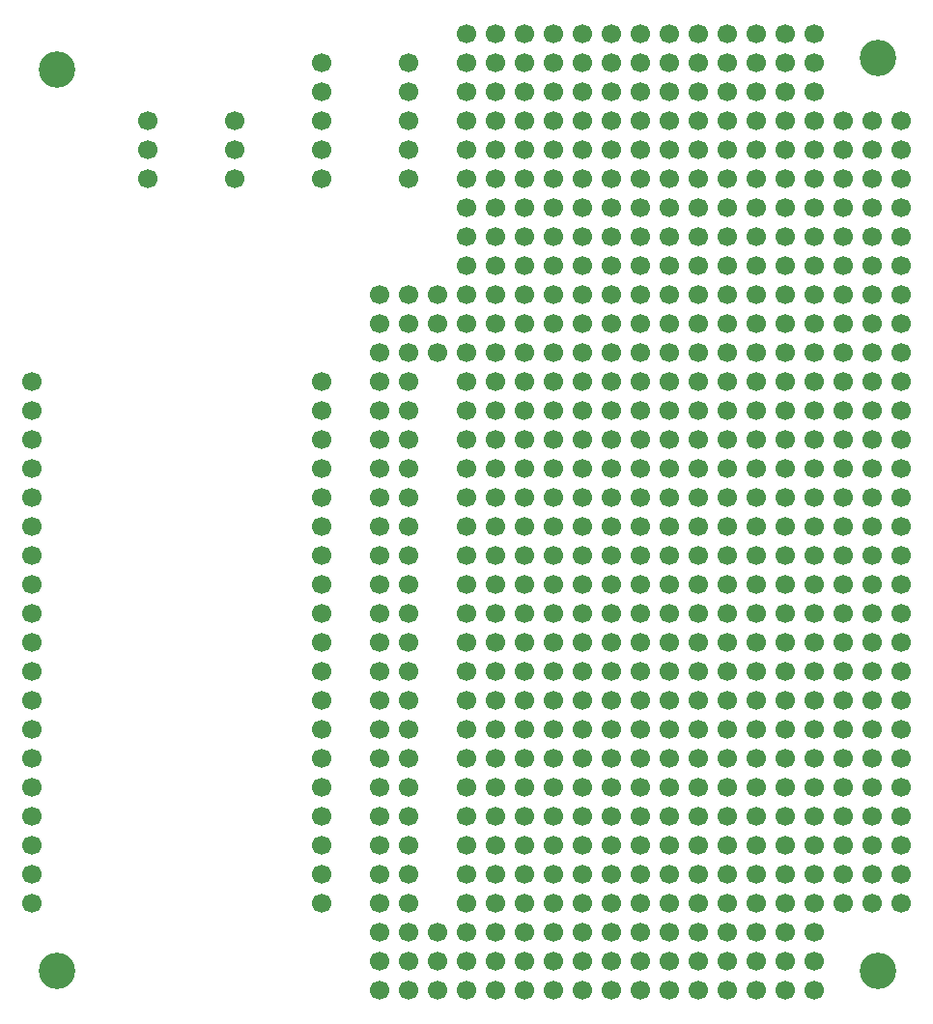
<source format=gbr>
%TF.GenerationSoftware,KiCad,Pcbnew,8.0.6-unknown-202410280735~4a7dcfdd1f~ubuntu22.04.1*%
%TF.CreationDate,2024-10-31T16:24:39+09:00*%
%TF.ProjectId,MG5-ESP32-Shield,4d47352d-4553-4503-9332-2d536869656c,rev?*%
%TF.SameCoordinates,Original*%
%TF.FileFunction,Soldermask,Bot*%
%TF.FilePolarity,Negative*%
%FSLAX46Y46*%
G04 Gerber Fmt 4.6, Leading zero omitted, Abs format (unit mm)*
G04 Created by KiCad (PCBNEW 8.0.6-unknown-202410280735~4a7dcfdd1f~ubuntu22.04.1) date 2024-10-31 16:24:39*
%MOMM*%
%LPD*%
G01*
G04 APERTURE LIST*
%ADD10C,3.200000*%
%ADD11C,1.700000*%
G04 APERTURE END LIST*
D10*
%TO.C,REF\u002A\u002A*%
X191000000Y-58000000D03*
%TD*%
D11*
%TO.C,L*%
X127000000Y-63500000D03*
X127000000Y-66040000D03*
X127000000Y-68580000D03*
%TD*%
%TO.C,REF\u002A\u002A*%
X154940000Y-55880000D03*
X157480000Y-55880000D03*
X160020000Y-55880000D03*
X162560000Y-55880000D03*
X165100000Y-55880000D03*
X167640000Y-55880000D03*
X170180000Y-55880000D03*
X172720000Y-55880000D03*
X154940000Y-58420000D03*
X157480000Y-58420000D03*
X160020000Y-58420000D03*
X162560000Y-58420000D03*
X165100000Y-58420000D03*
X167640000Y-58420000D03*
X170180000Y-58420000D03*
X172720000Y-58420000D03*
X154940000Y-60960000D03*
X157480000Y-60960000D03*
X160020000Y-60960000D03*
X162560000Y-60960000D03*
X165100000Y-60960000D03*
X167640000Y-60960000D03*
X170180000Y-60960000D03*
X172720000Y-60960000D03*
X154940000Y-63500000D03*
X157480000Y-63500000D03*
X160020000Y-63500000D03*
X162560000Y-63500000D03*
X165100000Y-63500000D03*
X167640000Y-63500000D03*
X170180000Y-63500000D03*
X172720000Y-63500000D03*
X154940000Y-66040000D03*
X157480000Y-66040000D03*
X160020000Y-66040000D03*
X162560000Y-66040000D03*
X165100000Y-66040000D03*
X167640000Y-66040000D03*
X170180000Y-66040000D03*
X172720000Y-66040000D03*
X154940000Y-68580000D03*
X157480000Y-68580000D03*
X160020000Y-68580000D03*
X162560000Y-68580000D03*
X165100000Y-68580000D03*
X167640000Y-68580000D03*
X170180000Y-68580000D03*
X172720000Y-68580000D03*
X154940000Y-71120000D03*
X157480000Y-71120000D03*
X160020000Y-71120000D03*
X162560000Y-71120000D03*
X165100000Y-71120000D03*
X167640000Y-71120000D03*
X170180000Y-71120000D03*
X172720000Y-71120000D03*
X154940000Y-73660000D03*
X157480000Y-73660000D03*
X160020000Y-73660000D03*
X162560000Y-73660000D03*
X165100000Y-73660000D03*
X167640000Y-73660000D03*
X170180000Y-73660000D03*
X172720000Y-73660000D03*
X154940000Y-76200000D03*
X157480000Y-76200000D03*
X160020000Y-76200000D03*
X162560000Y-76200000D03*
X165100000Y-76200000D03*
X167640000Y-76200000D03*
X170180000Y-76200000D03*
X172720000Y-76200000D03*
X154940000Y-78740000D03*
X157480000Y-78740000D03*
X160020000Y-78740000D03*
X162560000Y-78740000D03*
X165100000Y-78740000D03*
X167640000Y-78740000D03*
X170180000Y-78740000D03*
X172720000Y-78740000D03*
X154940000Y-81280000D03*
X157480000Y-81280000D03*
X160020000Y-81280000D03*
X162560000Y-81280000D03*
X165100000Y-81280000D03*
X167640000Y-81280000D03*
X170180000Y-81280000D03*
X172720000Y-81280000D03*
X154940000Y-83820000D03*
X157480000Y-83820000D03*
X160020000Y-83820000D03*
X162560000Y-83820000D03*
X165100000Y-83820000D03*
X167640000Y-83820000D03*
X170180000Y-83820000D03*
X172720000Y-83820000D03*
X154940000Y-86360000D03*
X157480000Y-86360000D03*
X160020000Y-86360000D03*
X162560000Y-86360000D03*
X165100000Y-86360000D03*
X167640000Y-86360000D03*
X170180000Y-86360000D03*
X172720000Y-86360000D03*
X154940000Y-88900000D03*
X157480000Y-88900000D03*
X160020000Y-88900000D03*
X162560000Y-88900000D03*
X165100000Y-88900000D03*
X167640000Y-88900000D03*
X170180000Y-88900000D03*
X172720000Y-88900000D03*
X154940000Y-91440000D03*
X157480000Y-91440000D03*
X160020000Y-91440000D03*
X162560000Y-91440000D03*
X165100000Y-91440000D03*
X167640000Y-91440000D03*
X170180000Y-91440000D03*
X172720000Y-91440000D03*
X154940000Y-93980000D03*
X157480000Y-93980000D03*
X160020000Y-93980000D03*
X162560000Y-93980000D03*
X165100000Y-93980000D03*
X167640000Y-93980000D03*
X170180000Y-93980000D03*
X172720000Y-93980000D03*
X154940000Y-96520000D03*
X157480000Y-96520000D03*
X160020000Y-96520000D03*
X162560000Y-96520000D03*
X165100000Y-96520000D03*
X167640000Y-96520000D03*
X170180000Y-96520000D03*
X172720000Y-96520000D03*
X154940000Y-99060000D03*
X157480000Y-99060000D03*
X160020000Y-99060000D03*
X162560000Y-99060000D03*
X165100000Y-99060000D03*
X167640000Y-99060000D03*
X170180000Y-99060000D03*
X172720000Y-99060000D03*
X154940000Y-101600000D03*
X157480000Y-101600000D03*
X160020000Y-101600000D03*
X162560000Y-101600000D03*
X165100000Y-101600000D03*
X167640000Y-101600000D03*
X170180000Y-101600000D03*
X172720000Y-101600000D03*
X154940000Y-104140000D03*
X157480000Y-104140000D03*
X160020000Y-104140000D03*
X162560000Y-104140000D03*
X165100000Y-104140000D03*
X167640000Y-104140000D03*
X170180000Y-104140000D03*
X172720000Y-104140000D03*
X154940000Y-106680000D03*
X157480000Y-106680000D03*
X160020000Y-106680000D03*
X162560000Y-106680000D03*
X165100000Y-106680000D03*
X167640000Y-106680000D03*
X170180000Y-106680000D03*
X172720000Y-106680000D03*
X154940000Y-109220000D03*
X157480000Y-109220000D03*
X160020000Y-109220000D03*
X162560000Y-109220000D03*
X165100000Y-109220000D03*
X167640000Y-109220000D03*
X170180000Y-109220000D03*
X172720000Y-109220000D03*
X154940000Y-111760000D03*
X157480000Y-111760000D03*
X160020000Y-111760000D03*
X162560000Y-111760000D03*
X165100000Y-111760000D03*
X167640000Y-111760000D03*
X170180000Y-111760000D03*
X172720000Y-111760000D03*
X154940000Y-114300000D03*
X157480000Y-114300000D03*
X160020000Y-114300000D03*
X162560000Y-114300000D03*
X165100000Y-114300000D03*
X167640000Y-114300000D03*
X170180000Y-114300000D03*
X172720000Y-114300000D03*
X154940000Y-116840000D03*
X157480000Y-116840000D03*
X160020000Y-116840000D03*
X162560000Y-116840000D03*
X165100000Y-116840000D03*
X167640000Y-116840000D03*
X170180000Y-116840000D03*
X172720000Y-116840000D03*
X154940000Y-119380000D03*
X157480000Y-119380000D03*
X160020000Y-119380000D03*
X162560000Y-119380000D03*
X165100000Y-119380000D03*
X167640000Y-119380000D03*
X170180000Y-119380000D03*
X172720000Y-119380000D03*
X154940000Y-121920000D03*
X157480000Y-121920000D03*
X160020000Y-121920000D03*
X162560000Y-121920000D03*
X165100000Y-121920000D03*
X167640000Y-121920000D03*
X170180000Y-121920000D03*
X172720000Y-121920000D03*
X154940000Y-124460000D03*
X157480000Y-124460000D03*
X160020000Y-124460000D03*
X162560000Y-124460000D03*
X165100000Y-124460000D03*
X167640000Y-124460000D03*
X170180000Y-124460000D03*
X172720000Y-124460000D03*
X154940000Y-127000000D03*
X157480000Y-127000000D03*
X160020000Y-127000000D03*
X162560000Y-127000000D03*
X165100000Y-127000000D03*
X167640000Y-127000000D03*
X170180000Y-127000000D03*
X172720000Y-127000000D03*
X154940000Y-129540000D03*
X157480000Y-129540000D03*
X160020000Y-129540000D03*
X162560000Y-129540000D03*
X165100000Y-129540000D03*
X167640000Y-129540000D03*
X170180000Y-129540000D03*
X172720000Y-129540000D03*
X154940000Y-132080000D03*
X157480000Y-132080000D03*
X160020000Y-132080000D03*
X162560000Y-132080000D03*
X165100000Y-132080000D03*
X167640000Y-132080000D03*
X170180000Y-132080000D03*
X172720000Y-132080000D03*
X154940000Y-134620000D03*
X157480000Y-134620000D03*
X160020000Y-134620000D03*
X162560000Y-134620000D03*
X165100000Y-134620000D03*
X167640000Y-134620000D03*
X170180000Y-134620000D03*
X172720000Y-134620000D03*
X154940000Y-137160000D03*
X157480000Y-137160000D03*
X160020000Y-137160000D03*
X162560000Y-137160000D03*
X165100000Y-137160000D03*
X167640000Y-137160000D03*
X170180000Y-137160000D03*
X172720000Y-137160000D03*
X154940000Y-139700000D03*
X157480000Y-139700000D03*
X160020000Y-139700000D03*
X162560000Y-139700000D03*
X165100000Y-139700000D03*
X167640000Y-139700000D03*
X170180000Y-139700000D03*
X172720000Y-139700000D03*
X147320000Y-78740000D03*
X149860000Y-78740000D03*
X152400000Y-78740000D03*
X147320000Y-81280000D03*
X149860000Y-81280000D03*
X152400000Y-81280000D03*
X147320000Y-83820000D03*
X149860000Y-83820000D03*
X152400000Y-83820000D03*
X175260000Y-55880000D03*
X177800000Y-55880000D03*
X180340000Y-55880000D03*
X182880000Y-55880000D03*
X185420000Y-55880000D03*
X175260000Y-58420000D03*
X177800000Y-58420000D03*
X180340000Y-58420000D03*
X182880000Y-58420000D03*
X185420000Y-58420000D03*
X175260000Y-60960000D03*
X177800000Y-60960000D03*
X180340000Y-60960000D03*
X182880000Y-60960000D03*
X185420000Y-60960000D03*
X175260000Y-63500000D03*
X177800000Y-63500000D03*
X180340000Y-63500000D03*
X182880000Y-63500000D03*
X185420000Y-63500000D03*
X187960000Y-63500000D03*
X190500000Y-63500000D03*
X193040000Y-63500000D03*
X175260000Y-66040000D03*
X177800000Y-66040000D03*
X180340000Y-66040000D03*
X182880000Y-66040000D03*
X185420000Y-66040000D03*
X187960000Y-66040000D03*
X190500000Y-66040000D03*
X193040000Y-66040000D03*
X175260000Y-68580000D03*
X177800000Y-68580000D03*
X180340000Y-68580000D03*
X182880000Y-68580000D03*
X185420000Y-68580000D03*
X187960000Y-68580000D03*
X190500000Y-68580000D03*
X193040000Y-68580000D03*
X175260000Y-71120000D03*
X177800000Y-71120000D03*
X180340000Y-71120000D03*
X182880000Y-71120000D03*
X185420000Y-71120000D03*
X187960000Y-71120000D03*
X190500000Y-71120000D03*
X193040000Y-71120000D03*
X175260000Y-73660000D03*
X177800000Y-73660000D03*
X180340000Y-73660000D03*
X182880000Y-73660000D03*
X185420000Y-73660000D03*
X187960000Y-73660000D03*
X190500000Y-73660000D03*
X193040000Y-73660000D03*
X175260000Y-76200000D03*
X177800000Y-76200000D03*
X180340000Y-76200000D03*
X182880000Y-76200000D03*
X185420000Y-76200000D03*
X187960000Y-76200000D03*
X190500000Y-76200000D03*
X193040000Y-76200000D03*
X175260000Y-78740000D03*
X177800000Y-78740000D03*
X180340000Y-78740000D03*
X182880000Y-78740000D03*
X185420000Y-78740000D03*
X187960000Y-78740000D03*
X190500000Y-78740000D03*
X193040000Y-78740000D03*
X175260000Y-81280000D03*
X177800000Y-81280000D03*
X180340000Y-81280000D03*
X182880000Y-81280000D03*
X185420000Y-81280000D03*
X187960000Y-81280000D03*
X190500000Y-81280000D03*
X193040000Y-81280000D03*
X175260000Y-83820000D03*
X177800000Y-83820000D03*
X180340000Y-83820000D03*
X182880000Y-83820000D03*
X185420000Y-83820000D03*
X187960000Y-83820000D03*
X190500000Y-83820000D03*
X193040000Y-83820000D03*
X175260000Y-86360000D03*
X177800000Y-86360000D03*
X180340000Y-86360000D03*
X182880000Y-86360000D03*
X185420000Y-86360000D03*
X187960000Y-86360000D03*
X190500000Y-86360000D03*
X193040000Y-86360000D03*
X175260000Y-88900000D03*
X177800000Y-88900000D03*
X180340000Y-88900000D03*
X182880000Y-88900000D03*
X185420000Y-88900000D03*
X187960000Y-88900000D03*
X190500000Y-88900000D03*
X193040000Y-88900000D03*
X175260000Y-91440000D03*
X177800000Y-91440000D03*
X180340000Y-91440000D03*
X182880000Y-91440000D03*
X185420000Y-91440000D03*
X187960000Y-91440000D03*
X190500000Y-91440000D03*
X193040000Y-91440000D03*
X175260000Y-93980000D03*
X177800000Y-93980000D03*
X180340000Y-93980000D03*
X182880000Y-93980000D03*
X185420000Y-93980000D03*
X187960000Y-93980000D03*
X190500000Y-93980000D03*
X193040000Y-93980000D03*
X175260000Y-96520000D03*
X177800000Y-96520000D03*
X180340000Y-96520000D03*
X182880000Y-96520000D03*
X185420000Y-96520000D03*
X187960000Y-96520000D03*
X190500000Y-96520000D03*
X193040000Y-96520000D03*
X175260000Y-99060000D03*
X177800000Y-99060000D03*
X180340000Y-99060000D03*
X182880000Y-99060000D03*
X185420000Y-99060000D03*
X187960000Y-99060000D03*
X190500000Y-99060000D03*
X193040000Y-99060000D03*
X175260000Y-101600000D03*
X177800000Y-101600000D03*
X180340000Y-101600000D03*
X182880000Y-101600000D03*
X185420000Y-101600000D03*
X187960000Y-101600000D03*
X190500000Y-101600000D03*
X193040000Y-101600000D03*
X175260000Y-104140000D03*
X177800000Y-104140000D03*
X180340000Y-104140000D03*
X182880000Y-104140000D03*
X185420000Y-104140000D03*
X187960000Y-104140000D03*
X190500000Y-104140000D03*
X193040000Y-104140000D03*
X175260000Y-106680000D03*
X177800000Y-106680000D03*
X180340000Y-106680000D03*
X182880000Y-106680000D03*
X185420000Y-106680000D03*
X187960000Y-106680000D03*
X190500000Y-106680000D03*
X193040000Y-106680000D03*
X175260000Y-109220000D03*
X177800000Y-109220000D03*
X180340000Y-109220000D03*
X182880000Y-109220000D03*
X185420000Y-109220000D03*
X187960000Y-109220000D03*
X190500000Y-109220000D03*
X193040000Y-109220000D03*
X175260000Y-111760000D03*
X177800000Y-111760000D03*
X180340000Y-111760000D03*
X182880000Y-111760000D03*
X185420000Y-111760000D03*
X187960000Y-111760000D03*
X190500000Y-111760000D03*
X193040000Y-111760000D03*
X175260000Y-114300000D03*
X177800000Y-114300000D03*
X180340000Y-114300000D03*
X182880000Y-114300000D03*
X185420000Y-114300000D03*
X187960000Y-114300000D03*
X190500000Y-114300000D03*
X193040000Y-114300000D03*
X175260000Y-116840000D03*
X177800000Y-116840000D03*
X180340000Y-116840000D03*
X182880000Y-116840000D03*
X185420000Y-116840000D03*
X187960000Y-116840000D03*
X190500000Y-116840000D03*
X193040000Y-116840000D03*
X175260000Y-119380000D03*
X177800000Y-119380000D03*
X180340000Y-119380000D03*
X182880000Y-119380000D03*
X185420000Y-119380000D03*
X187960000Y-119380000D03*
X190500000Y-119380000D03*
X193040000Y-119380000D03*
X175260000Y-121920000D03*
X177800000Y-121920000D03*
X180340000Y-121920000D03*
X182880000Y-121920000D03*
X185420000Y-121920000D03*
X187960000Y-121920000D03*
X190500000Y-121920000D03*
X193040000Y-121920000D03*
X175260000Y-124460000D03*
X177800000Y-124460000D03*
X180340000Y-124460000D03*
X182880000Y-124460000D03*
X185420000Y-124460000D03*
X187960000Y-124460000D03*
X190500000Y-124460000D03*
X193040000Y-124460000D03*
X175260000Y-127000000D03*
X177800000Y-127000000D03*
X180340000Y-127000000D03*
X182880000Y-127000000D03*
X185420000Y-127000000D03*
X187960000Y-127000000D03*
X190500000Y-127000000D03*
X193040000Y-127000000D03*
X175260000Y-129540000D03*
X177800000Y-129540000D03*
X180340000Y-129540000D03*
X182880000Y-129540000D03*
X185420000Y-129540000D03*
X187960000Y-129540000D03*
X190500000Y-129540000D03*
X193040000Y-129540000D03*
X175260000Y-132080000D03*
X177800000Y-132080000D03*
X180340000Y-132080000D03*
X182880000Y-132080000D03*
X185420000Y-132080000D03*
X187960000Y-132080000D03*
X190500000Y-132080000D03*
X193040000Y-132080000D03*
X175260000Y-134620000D03*
X177800000Y-134620000D03*
X180340000Y-134620000D03*
X182880000Y-134620000D03*
X185420000Y-134620000D03*
X175260000Y-137160000D03*
X177800000Y-137160000D03*
X180340000Y-137160000D03*
X182880000Y-137160000D03*
X185420000Y-137160000D03*
X175260000Y-139700000D03*
X177800000Y-139700000D03*
X180340000Y-139700000D03*
X182880000Y-139700000D03*
X185420000Y-139700000D03*
X147320000Y-134620000D03*
X149860000Y-134620000D03*
X152400000Y-134620000D03*
X147320000Y-137160000D03*
X149860000Y-137160000D03*
X152400000Y-137160000D03*
X147320000Y-139700000D03*
X149860000Y-139700000D03*
X152400000Y-139700000D03*
%TD*%
%TO.C,R*%
X149860000Y-58420000D03*
X149860000Y-60960000D03*
X149860000Y-63500000D03*
X149860000Y-66040000D03*
X149860000Y-68580000D03*
%TD*%
%TO.C,J5*%
X147320000Y-86360000D03*
X147320000Y-88900000D03*
X147320000Y-91440000D03*
X147320000Y-93980000D03*
X147320000Y-96520000D03*
X147320000Y-99060000D03*
X147320000Y-101600000D03*
X147320000Y-104140000D03*
X147320000Y-106680000D03*
X147320000Y-109220000D03*
X147320000Y-111760000D03*
X147320000Y-114300000D03*
X147320000Y-116840000D03*
X147320000Y-119380000D03*
X147320000Y-121920000D03*
X147320000Y-124460000D03*
X147320000Y-127000000D03*
X147320000Y-129540000D03*
X147320000Y-132080000D03*
X149860000Y-132080000D03*
X149860000Y-129540000D03*
X149860000Y-127000000D03*
X149860000Y-124460000D03*
X149860000Y-121920000D03*
X149860000Y-119380000D03*
X149860000Y-116840000D03*
X149860000Y-114300000D03*
X149860000Y-111760000D03*
X149860000Y-109220000D03*
X149860000Y-106680000D03*
X149860000Y-104140000D03*
X149860000Y-101600000D03*
X149860000Y-99060000D03*
X149860000Y-96520000D03*
X149860000Y-93980000D03*
X149860000Y-91440000D03*
X149860000Y-88900000D03*
X149860000Y-86360000D03*
%TD*%
D10*
%TO.C,REF\u002A\u002A*%
X119000000Y-59000000D03*
%TD*%
%TO.C,REF\u002A\u002A*%
X119000000Y-138000000D03*
%TD*%
D11*
%TO.C,R*%
X134620000Y-63500000D03*
X134620000Y-66040000D03*
X134620000Y-68580000D03*
%TD*%
D10*
%TO.C,REF\u002A\u002A*%
X191000000Y-138000000D03*
%TD*%
D11*
%TO.C,U1*%
X116840000Y-86360000D03*
X116840000Y-88900000D03*
X116840000Y-91440000D03*
X116840000Y-93980000D03*
X116840000Y-96520000D03*
X116840000Y-99060000D03*
X116840000Y-101600000D03*
X116840000Y-104140000D03*
X116840000Y-106680000D03*
X116840000Y-109220000D03*
X116840000Y-111760000D03*
X116840000Y-114300000D03*
X116840000Y-116840000D03*
X116840000Y-119380000D03*
X116840000Y-121920000D03*
X116840000Y-124460000D03*
X116840000Y-127000000D03*
X116840000Y-129540000D03*
X116840000Y-132080000D03*
X142240000Y-132080000D03*
X142240000Y-129540000D03*
X142240000Y-127000000D03*
X142240000Y-124460000D03*
X142240000Y-121920000D03*
X142240000Y-119380000D03*
X142240000Y-116840000D03*
X142240000Y-114300000D03*
X142240000Y-111760000D03*
X142240000Y-109220000D03*
X142240000Y-106680000D03*
X142240000Y-104140000D03*
X142240000Y-101600000D03*
X142240000Y-99060000D03*
X142240000Y-96520000D03*
X142240000Y-93980000D03*
X142240000Y-91440000D03*
X142240000Y-88900000D03*
X142240000Y-86360000D03*
%TD*%
%TO.C,L*%
X142240000Y-58420000D03*
X142240000Y-60960000D03*
X142240000Y-63500000D03*
X142240000Y-66040000D03*
X142240000Y-68580000D03*
%TD*%
M02*

</source>
